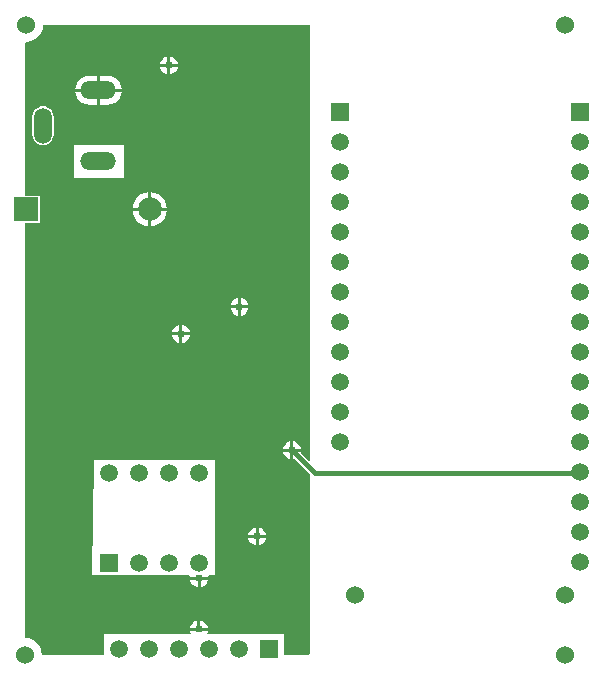
<source format=gbl>
G04*
G04 #@! TF.GenerationSoftware,Altium Limited,Altium Designer,18.1.9 (240)*
G04*
G04 Layer_Physical_Order=2*
G04 Layer_Color=16711680*
%FSLAX25Y25*%
%MOIN*%
G70*
G01*
G75*
%ADD41C,0.01500*%
%ADD42C,0.06000*%
%ADD43O,0.05937X0.11874*%
%ADD44O,0.11874X0.05937*%
%ADD45C,0.07874*%
%ADD46R,0.07874X0.07874*%
%ADD47C,0.05906*%
%ADD48R,0.05906X0.05906*%
%ADD49R,0.05906X0.05906*%
%ADD50C,0.02402*%
G36*
X105000Y74840D02*
X104538Y74649D01*
X101867Y77320D01*
X101924Y77457D01*
X101961Y77740D01*
X99500D01*
Y75279D01*
X99783Y75317D01*
X99920Y75373D01*
X105000Y70294D01*
Y10500D01*
X104500Y10000D01*
X96500D01*
Y16879D01*
X96379Y17000D01*
X71077D01*
X70799Y17416D01*
X70924Y17717D01*
X70961Y18000D01*
X65039D01*
X65077Y17717D01*
X65201Y17416D01*
X64923Y17000D01*
X36500D01*
Y10000D01*
X15648D01*
X15456Y11462D01*
X14892Y12824D01*
X13994Y13994D01*
X12824Y14892D01*
X11462Y15456D01*
X10000Y15648D01*
Y153963D01*
X14946D01*
Y163037D01*
X10000D01*
Y214038D01*
X10376Y214368D01*
X10500Y214352D01*
X11962Y214544D01*
X13324Y215108D01*
X14494Y216006D01*
X15392Y217176D01*
X15956Y218538D01*
X16148Y220000D01*
X105000D01*
Y74840D01*
D02*
G37*
%LPC*%
G36*
X58500Y209461D02*
Y207000D01*
X60961D01*
X60923Y207283D01*
X60621Y208013D01*
X60140Y208640D01*
X59513Y209121D01*
X58783Y209423D01*
X58500Y209461D01*
D02*
G37*
G36*
X57500D02*
X57217Y209423D01*
X56487Y209121D01*
X55860Y208640D01*
X55379Y208013D01*
X55076Y207283D01*
X55039Y207000D01*
X57500D01*
Y209461D01*
D02*
G37*
G36*
X60961Y206000D02*
X58500D01*
Y203539D01*
X58783Y203576D01*
X59513Y203879D01*
X60140Y204360D01*
X60621Y204987D01*
X60923Y205717D01*
X60961Y206000D01*
D02*
G37*
G36*
X57500D02*
X55039D01*
X55076Y205717D01*
X55379Y204987D01*
X55860Y204360D01*
X56487Y203879D01*
X57217Y203576D01*
X57500Y203539D01*
Y206000D01*
D02*
G37*
G36*
X37468Y202963D02*
X35000D01*
Y198654D01*
X42212D01*
X42114Y199398D01*
X41634Y200558D01*
X40870Y201554D01*
X39873Y202319D01*
X38713Y202799D01*
X37468Y202963D01*
D02*
G37*
G36*
X34000D02*
X31532D01*
X30287Y202799D01*
X29127Y202319D01*
X28130Y201554D01*
X27366Y200558D01*
X26886Y199398D01*
X26788Y198654D01*
X34000D01*
Y202963D01*
D02*
G37*
G36*
X42212Y197654D02*
X35000D01*
Y193344D01*
X37468D01*
X38713Y193508D01*
X39873Y193988D01*
X40870Y194753D01*
X41634Y195749D01*
X42114Y196909D01*
X42212Y197654D01*
D02*
G37*
G36*
X34000D02*
X26788D01*
X26886Y196909D01*
X27366Y195749D01*
X28130Y194753D01*
X29127Y193988D01*
X30287Y193508D01*
X31532Y193344D01*
X34000D01*
Y197654D01*
D02*
G37*
G36*
X15996Y192910D02*
X15065Y192788D01*
X14196Y192428D01*
X13451Y191856D01*
X12879Y191111D01*
X12519Y190243D01*
X12397Y189311D01*
Y183374D01*
X12519Y182442D01*
X12879Y181574D01*
X13451Y180829D01*
X14196Y180257D01*
X15065Y179897D01*
X15996Y179775D01*
X16928Y179897D01*
X17796Y180257D01*
X18541Y180829D01*
X19113Y181574D01*
X19473Y182442D01*
X19595Y183374D01*
Y189311D01*
X19473Y190243D01*
X19113Y191111D01*
X18541Y191856D01*
X17796Y192428D01*
X16928Y192788D01*
X15996Y192910D01*
D02*
G37*
G36*
X43000Y179897D02*
X26623D01*
X26500Y179775D01*
Y169000D01*
X43000D01*
Y179897D01*
D02*
G37*
G36*
X52091Y164221D02*
Y159000D01*
X57311D01*
X57180Y159998D01*
X56602Y161393D01*
X55682Y162592D01*
X54484Y163511D01*
X53088Y164089D01*
X52091Y164221D01*
D02*
G37*
G36*
X51091Y164221D02*
X50093Y164089D01*
X48697Y163511D01*
X47499Y162592D01*
X46579Y161393D01*
X46001Y159998D01*
X45870Y159000D01*
X51091D01*
Y164221D01*
D02*
G37*
G36*
X57311Y158000D02*
X52091D01*
Y152779D01*
X53088Y152911D01*
X54484Y153489D01*
X55682Y154408D01*
X56602Y155607D01*
X57180Y157002D01*
X57311Y158000D01*
D02*
G37*
G36*
X51091D02*
X45870D01*
X46001Y157002D01*
X46579Y155607D01*
X47499Y154408D01*
X48697Y153489D01*
X50093Y152911D01*
X51091Y152779D01*
Y158000D01*
D02*
G37*
G36*
X82000Y128961D02*
Y126500D01*
X84461D01*
X84424Y126783D01*
X84121Y127513D01*
X83640Y128140D01*
X83013Y128621D01*
X82283Y128923D01*
X82000Y128961D01*
D02*
G37*
G36*
X81000D02*
X80717Y128923D01*
X79987Y128621D01*
X79360Y128140D01*
X78879Y127513D01*
X78576Y126783D01*
X78539Y126500D01*
X81000D01*
Y128961D01*
D02*
G37*
G36*
X84461Y125500D02*
X82000D01*
Y123039D01*
X82283Y123076D01*
X83013Y123379D01*
X83640Y123860D01*
X84121Y124487D01*
X84424Y125217D01*
X84461Y125500D01*
D02*
G37*
G36*
X81000D02*
X78539D01*
X78576Y125217D01*
X78879Y124487D01*
X79360Y123860D01*
X79987Y123379D01*
X80717Y123076D01*
X81000Y123039D01*
Y125500D01*
D02*
G37*
G36*
X62512Y119957D02*
Y117496D01*
X64973D01*
X64935Y117779D01*
X64633Y118509D01*
X64152Y119136D01*
X63525Y119617D01*
X62795Y119920D01*
X62512Y119957D01*
D02*
G37*
G36*
X61512D02*
X61229Y119920D01*
X60498Y119617D01*
X59872Y119136D01*
X59391Y118509D01*
X59088Y117779D01*
X59051Y117496D01*
X61512D01*
Y119957D01*
D02*
G37*
G36*
X64973Y116496D02*
X62512D01*
Y114035D01*
X62795Y114073D01*
X63525Y114375D01*
X64152Y114856D01*
X64633Y115483D01*
X64935Y116213D01*
X64973Y116496D01*
D02*
G37*
G36*
X61512D02*
X59051D01*
X59088Y116213D01*
X59391Y115483D01*
X59872Y114856D01*
X60498Y114375D01*
X61229Y114073D01*
X61512Y114035D01*
Y116496D01*
D02*
G37*
G36*
X99500Y81201D02*
Y78740D01*
X101961D01*
X101924Y79023D01*
X101621Y79754D01*
X101140Y80380D01*
X100513Y80861D01*
X99783Y81164D01*
X99500Y81201D01*
D02*
G37*
G36*
X98500D02*
X98217Y81164D01*
X97487Y80861D01*
X96860Y80380D01*
X96379Y79754D01*
X96077Y79023D01*
X96039Y78740D01*
X98500D01*
Y81201D01*
D02*
G37*
G36*
Y77740D02*
X96039D01*
X96077Y77457D01*
X96379Y76727D01*
X96860Y76100D01*
X97487Y75619D01*
X98217Y75317D01*
X98500Y75279D01*
Y77740D01*
D02*
G37*
G36*
X87874Y52461D02*
Y50000D01*
X90335D01*
X90298Y50283D01*
X89995Y51013D01*
X89514Y51640D01*
X88887Y52121D01*
X88157Y52424D01*
X87874Y52461D01*
D02*
G37*
G36*
X86874D02*
X86591Y52424D01*
X85861Y52121D01*
X85234Y51640D01*
X84753Y51013D01*
X84451Y50283D01*
X84413Y50000D01*
X86874D01*
Y52461D01*
D02*
G37*
G36*
X90335Y49000D02*
X87874D01*
Y46539D01*
X88157Y46576D01*
X88887Y46879D01*
X89514Y47360D01*
X89995Y47987D01*
X90298Y48717D01*
X90335Y49000D01*
D02*
G37*
G36*
X86874D02*
X84413D01*
X84451Y48717D01*
X84753Y47987D01*
X85234Y47360D01*
X85861Y46879D01*
X86591Y46576D01*
X86874Y46539D01*
Y49000D01*
D02*
G37*
G36*
X73469Y75000D02*
X33000D01*
X32500Y36500D01*
X64697D01*
X65049Y36054D01*
X71071D01*
X71423Y36500D01*
X73500D01*
Y74969D01*
X73469Y75000D01*
D02*
G37*
G36*
X71021Y35054D02*
X68560D01*
Y32593D01*
X68843Y32631D01*
X69573Y32933D01*
X70200Y33414D01*
X70681Y34041D01*
X70983Y34771D01*
X71021Y35054D01*
D02*
G37*
G36*
X67560D02*
X65099D01*
X65136Y34771D01*
X65439Y34041D01*
X65920Y33414D01*
X66547Y32933D01*
X67277Y32631D01*
X67560Y32593D01*
Y35054D01*
D02*
G37*
G36*
X68500Y21461D02*
Y19000D01*
X70961D01*
X70924Y19283D01*
X70621Y20013D01*
X70140Y20640D01*
X69513Y21121D01*
X68783Y21423D01*
X68500Y21461D01*
D02*
G37*
G36*
X67500D02*
X67217Y21423D01*
X66487Y21121D01*
X65860Y20640D01*
X65379Y20013D01*
X65077Y19283D01*
X65039Y19000D01*
X67500D01*
Y21461D01*
D02*
G37*
%LPD*%
D41*
X194500Y70500D02*
X195000Y71000D01*
X106740Y70500D02*
X194500D01*
X99000Y78240D02*
X106740Y70500D01*
X33000Y199531D02*
Y200122D01*
D42*
X10000Y10000D02*
D03*
X190000Y220000D02*
D03*
X120000Y30000D02*
D03*
X190000D02*
D03*
Y10000D02*
D03*
X10500Y220000D02*
D03*
D43*
X15996Y186343D02*
D03*
D44*
X34500Y198153D02*
D03*
Y174531D02*
D03*
D45*
X51591Y158500D02*
D03*
D46*
X10409D02*
D03*
D47*
X68060Y70500D02*
D03*
X58060D02*
D03*
X48060D02*
D03*
X38060D02*
D03*
X68060Y40500D02*
D03*
X58060D02*
D03*
X48060D02*
D03*
X115000Y81000D02*
D03*
Y91000D02*
D03*
Y101000D02*
D03*
Y111000D02*
D03*
Y121000D02*
D03*
Y131000D02*
D03*
Y141000D02*
D03*
Y151000D02*
D03*
Y161000D02*
D03*
Y171000D02*
D03*
Y181000D02*
D03*
X195000Y41000D02*
D03*
Y51000D02*
D03*
Y61000D02*
D03*
Y71000D02*
D03*
Y81000D02*
D03*
Y91000D02*
D03*
Y101000D02*
D03*
Y111000D02*
D03*
Y121000D02*
D03*
Y131000D02*
D03*
Y141000D02*
D03*
Y151000D02*
D03*
Y161000D02*
D03*
Y171000D02*
D03*
Y181000D02*
D03*
X41500Y12000D02*
D03*
X51500D02*
D03*
X61500D02*
D03*
X71500D02*
D03*
X81500D02*
D03*
D48*
X38060Y40500D02*
D03*
X115000Y191000D02*
D03*
X195000D02*
D03*
D49*
X91500Y12000D02*
D03*
D50*
X68060Y35554D02*
D03*
X87374Y49500D02*
D03*
X68000Y18500D02*
D03*
X99000Y78240D02*
D03*
X58000Y206500D02*
D03*
X81500Y126000D02*
D03*
X62012Y116996D02*
D03*
M02*

</source>
